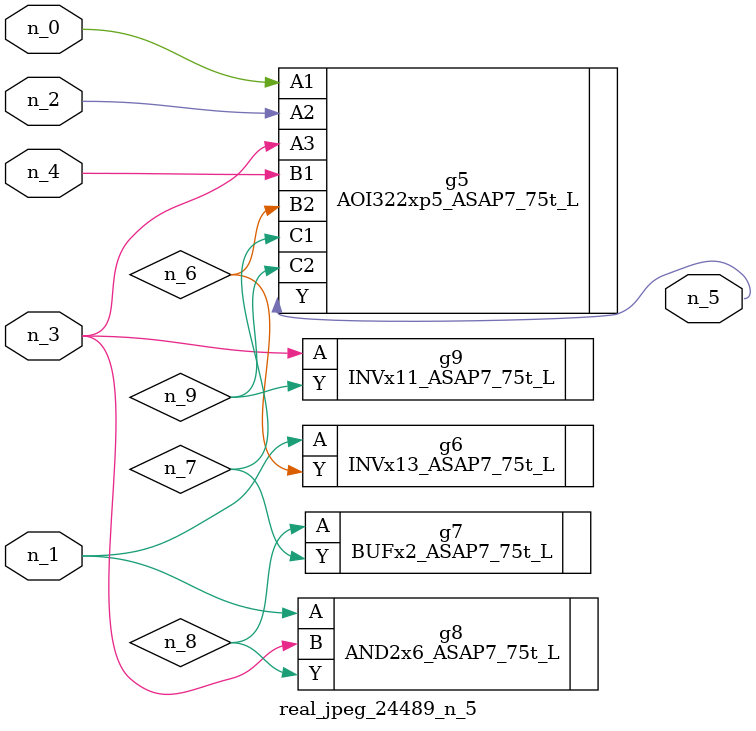
<source format=v>
module real_jpeg_24489_n_5 (n_4, n_0, n_1, n_2, n_3, n_5);

input n_4;
input n_0;
input n_1;
input n_2;
input n_3;

output n_5;

wire n_8;
wire n_6;
wire n_7;
wire n_9;

AOI322xp5_ASAP7_75t_L g5 ( 
.A1(n_0),
.A2(n_2),
.A3(n_3),
.B1(n_4),
.B2(n_6),
.C1(n_7),
.C2(n_9),
.Y(n_5)
);

INVx13_ASAP7_75t_L g6 ( 
.A(n_1),
.Y(n_6)
);

AND2x6_ASAP7_75t_L g8 ( 
.A(n_1),
.B(n_3),
.Y(n_8)
);

INVx11_ASAP7_75t_L g9 ( 
.A(n_3),
.Y(n_9)
);

BUFx2_ASAP7_75t_L g7 ( 
.A(n_8),
.Y(n_7)
);


endmodule
</source>
